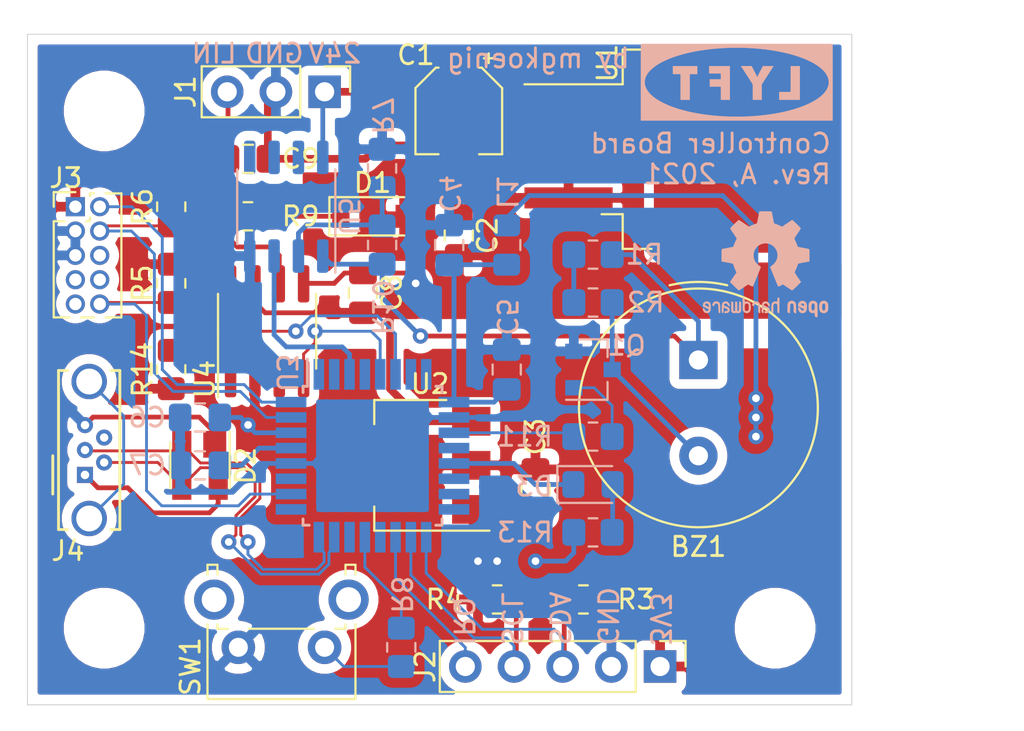
<source format=kicad_pcb>
(kicad_pcb (version 20171130) (host pcbnew 5.1.9+dfsg1-1)
  (layers (0 F.Cu signal) (31 B.Cu signal) (34 B.Paste user) (35 F.Paste user) (36 B.SilkS user) (37 F.SilkS user) (38 B.Mask user) (39 F.Mask user) (44 Edge.Cuts user))
  (net 0 "")
  (net 1 "Net-(BZ1-Pad2)")
  (net 2 "Net-(BZ1-Pad1)")
  (net 3 GND)
  (net 4 +24V)
  (net 5 +12V)
  (net 6 +3V3)
  (net 7 "Net-(C4-Pad2)")
  (net 8 "Net-(C7-Pad1)")
  (net 9 LINBUS)
  (net 10 "Net-(D1-Pad1)")
  (net 11 VBUS)
  (net 12 USB_D-)
  (net 13 USB_D+)
  (net 14 I2C_SDA)
  (net 15 I2C_SCL)
  (net 16 HMI_IRQ)
  (net 17 RESET)
  (net 18 "Net-(J3-Pad9)")
  (net 19 "Net-(J3-Pad8)")
  (net 20 "Net-(J3-Pad7)")
  (net 21 "Net-(J3-Pad6)")
  (net 22 SWDCLK)
  (net 23 SWDIO)
  (net 24 "Net-(J4-Pad6)")
  (net 25 "Net-(J4-Pad4)")
  (net 26 "Net-(Q1-Pad1)")
  (net 27 "Net-(R8-Pad2)")
  (net 28 BUZZER_CTRL)
  (net 29 LIN_RX)
  (net 30 LIN_TX)
  (net 31 "Net-(U3-Pad15)")
  (net 32 "Net-(U3-Pad8)")
  (net 33 "Net-(U3-Pad2)")
  (net 34 "Net-(U3-Pad1)")
  (net 35 "Net-(U4-Pad8)")
  (net 36 "Net-(U4-Pad3)")
  (net 37 "Net-(U3-Pad27)")
  (net 38 "Net-(U3-Pad20)")
  (net 39 "Net-(U3-Pad4)")
  (net 40 "Net-(U3-Pad25)")
  (net 41 "Net-(U3-Pad7)")
  (net 42 "Net-(U3-Pad22)")
  (net 43 "Net-(U3-Pad12)")
  (net 44 BUZZER_VOLUME)
  (net 45 "Net-(U3-Pad14)")
  (net 46 "Net-(R10-Pad2)")
  (net 47 "Net-(U3-Pad16)")
  (net 48 "Net-(D3-Pad2)")
  (net 49 LED)
  (net 50 "Net-(R1-Pad2)")
  (net 51 SAFETY_PIN)
  (module Symbol:OSHW-Logo2_7.3x6mm_SilkScreen (layer B.Cu) (at 88.5 62 180)
    (fp_text reference REF** hide)
    (fp_text value OSHW-Logo2_7.3x6mm_SilkScreen hide)
  )
  (module Package_SO:SO-8_3.9x4.9mm_P1.27mm (layer B.Cu) (at 63.5 59 90)
    (fp_text reference U5 (at -0.5 3.25 270 unlocked) (layer B.SilkS) (effects (justify mirror)))
    (fp_text value LM358 hide)
    (pad 8 smd roundrect (at 2.575 1.905 90) (size 1.75 0.6) (layers B.Cu B.Paste B.Mask) (net 4 +24V))
    (pad 7 smd roundrect (at 2.575 0.635 90) (size 1.75 0.6) (layers B.Cu B.Paste B.Mask))
    (pad 6 smd roundrect (at 2.575 -0.635 90) (size 1.75 0.6) (layers B.Cu B.Paste B.Mask))
    (pad 5 smd roundrect (at 2.575 -1.905 90) (size 1.75 0.6) (layers B.Cu B.Paste B.Mask))
    (pad 4 smd roundrect (at -2.575 -1.905 90) (size 1.75 0.6) (layers B.Cu B.Paste B.Mask) (net 3 GND))
    (pad 3 smd roundrect (at -2.575 -0.635 90) (size 1.75 0.6) (layers B.Cu B.Paste B.Mask) (net 44 BUZZER_VOLUME))
    (pad 2 smd roundrect (at -2.575 0.635 90) (size 1.75 0.6) (layers B.Cu B.Paste B.Mask) (net 46 "Net-(R10-Pad2)"))
    (pad 1 smd roundrect (at -2.575 1.905 90) (size 1.75 0.6) (layers B.Cu B.Paste B.Mask) (net 2 "Net-(BZ1-Pad1)"))
  )
  (module Resistor_SMD:R_0805_2012Metric_Pad1.20x1.40mm_HandSolder (layer B.Cu) (at 79.5 64)
    (fp_text reference R2 (at 2.75 0) (layer B.SilkS) (effects (justify mirror)))
    (fp_text value 1k hide)
    (pad 2 smd roundrect (at 1 0) (size 1.2 1.4) (layers B.Cu B.Paste B.Mask) (roundrect_rratio 0.208333) (net 1 "Net-(BZ1-Pad2)"))
    (pad 1 smd roundrect (at -1 0) (size 1.2 1.4) (layers B.Cu B.Paste B.Mask) (roundrect_rratio 0.208333) (net 50 "Net-(R1-Pad2)"))
  )
  (module Diode_SMD:D_SOD-123 (layer F.Cu) (at 68 59.5)
    (fp_text reference D1 (at 0 -1.75) (layer F.SilkS))
    (fp_text value 1N4148W hide)
    (pad 2 smd rect (at 1.65 0) (size 0.9 1.2) (layers F.Cu F.Paste F.Mask) (net 5 +12V))
    (pad 1 smd rect (at -1.65 0) (size 0.9 1.2) (layers F.Cu F.Paste F.Mask) (net 10 "Net-(D1-Pad1)"))
  )
  (module Package_TO_SOT_SMD:SOT-223-3_TabPin2 (layer F.Cu) (at 70 72.5 180)
    (fp_text reference U2 (at -1 4.25) (layer F.SilkS))
    (fp_text value AP1117-33 hide)
    (pad 1 smd rect (at -3.15 -2.3 180) (size 2 1.5) (layers F.Cu F.Paste F.Mask) (net 3 GND))
    (pad 3 smd rect (at -3.15 2.3 180) (size 2 1.5) (layers F.Cu F.Paste F.Mask) (net 5 +12V))
    (pad 2 smd rect (at -3.15 0 180) (size 2 1.5) (layers F.Cu F.Paste F.Mask) (net 6 +3V3))
    (pad 2 smd rect (at 3.15 0 180) (size 2 3.8) (layers F.Cu F.Paste F.Mask) (net 6 +3V3))
  )
  (module Resistor_SMD:R_0805_2012Metric_Pad1.20x1.40mm_HandSolder (layer F.Cu) (at 57.5 67.5 270)
    (fp_text reference R14 (at 0 1.5 90) (layer F.SilkS))
    (fp_text value 4k7 hide)
    (pad 2 smd roundrect (at 1 0 270) (size 1.2 1.4) (layers F.Cu F.Paste F.Mask) (roundrect_rratio 0.208333) (net 6 +3V3))
    (pad 1 smd roundrect (at -1 0 270) (size 1.2 1.4) (layers F.Cu F.Paste F.Mask) (roundrect_rratio 0.208333) (net 29 LIN_RX))
  )
  (module Resistor_SMD:R_0805_2012Metric_Pad1.20x1.40mm_HandSolder (layer B.Cu) (at 68.5 61 90)
    (fp_text reference R10 (at -3.25 0 270 unlocked) (layer B.SilkS) (effects (justify mirror)))
    (fp_text value 10k hide)
    (pad 2 smd roundrect (at 1 0 90) (size 1.2 1.4) (layers B.Cu B.Paste B.Mask) (roundrect_rratio 0.208333) (net 46 "Net-(R10-Pad2)"))
    (pad 1 smd roundrect (at -1 0 90) (size 1.2 1.4) (layers B.Cu B.Paste B.Mask) (roundrect_rratio 0.208333) (net 2 "Net-(BZ1-Pad1)"))
  )
  (module Resistor_SMD:R_0805_2012Metric_Pad1.20x1.40mm_HandSolder (layer B.Cu) (at 68.5 57 90)
    (fp_text reference R7 (at 2.75 0 270 unlocked) (layer B.SilkS) (effects (justify mirror)))
    (fp_text value 340R hide)
    (pad 2 smd roundrect (at 1 0 90) (size 1.2 1.4) (layers B.Cu B.Paste B.Mask) (roundrect_rratio 0.208333) (net 3 GND))
    (pad 1 smd roundrect (at -1 0 90) (size 1.2 1.4) (layers B.Cu B.Paste B.Mask) (roundrect_rratio 0.208333) (net 46 "Net-(R10-Pad2)"))
  )
  (module LYFT:LYFT-Logo_10x4 (layer B.Cu) (at 87 52.5 180)
    (fp_text reference G1 hide)
    (fp_text value Logo hide)
  )
  (module Resistor_SMD:R_0805_2012Metric_Pad1.20x1.40mm_HandSolder (layer B.Cu) (at 79.5 76)
    (fp_text reference R13 (at -2 0.0006) (layer B.SilkS) (effects (justify left mirror)))
    (fp_text value 60R hide)
    (pad 2 smd roundrect (at 1 0) (size 1.2 1.4) (layers B.Cu B.Paste B.Mask) (roundrect_rratio 0.208333) (net 48 "Net-(D3-Pad2)"))
    (pad 1 smd roundrect (at -1 0) (size 1.2 1.4) (layers B.Cu B.Paste B.Mask) (roundrect_rratio 0.208333) (net 6 +3V3))
  )
  (module LED_SMD:LED_0805_2012Metric_Pad1.15x1.40mm_HandSolder (layer B.Cu) (at 79.5 73.5)
    (fp_text reference D3 (at -2 0.1041) (layer B.SilkS) (effects (justify left mirror)))
    (fp_text value LED hide)
    (pad 2 smd roundrect (at 1.025 0) (size 1.15 1.4) (layers B.Cu B.Paste B.Mask) (roundrect_rratio 0.217391) (net 48 "Net-(D3-Pad2)"))
    (pad 1 smd roundrect (at -1.025 0) (size 1.15 1.4) (layers B.Cu B.Paste B.Mask) (roundrect_rratio 0.217391) (net 49 LED))
  )
  (module Package_SO:SOIC-8_3.9x4.9mm_P1.27mm (layer F.Cu) (at 62.5 65.5 90)
    (fp_text reference U4 (at -2.5 -3.25 90) (layer F.SilkS))
    (fp_text value TLIN1027-Q1 hide)
    (pad 8 smd roundrect (at 2.475 -1.905 90) (size 1.95 0.6) (layers F.Cu F.Paste F.Mask) (net 35 "Net-(U4-Pad8)"))
    (pad 7 smd roundrect (at 2.475 -0.635 90) (size 1.95 0.6) (layers F.Cu F.Paste F.Mask) (net 5 +12V))
    (pad 6 smd roundrect (at 2.475 0.635 90) (size 1.95 0.6) (layers F.Cu F.Paste F.Mask) (net 9 LINBUS))
    (pad 5 smd roundrect (at 2.475 1.905 90) (size 1.95 0.6) (layers F.Cu F.Paste F.Mask) (net 3 GND))
    (pad 4 smd roundrect (at -2.475 1.905 90) (size 1.95 0.6) (layers F.Cu F.Paste F.Mask) (net 30 LIN_TX))
    (pad 3 smd roundrect (at -2.475 0.635 90) (size 1.95 0.6) (layers F.Cu F.Paste F.Mask) (net 36 "Net-(U4-Pad3)"))
    (pad 2 smd roundrect (at -2.475 -0.635 90) (size 1.95 0.6) (layers F.Cu F.Paste F.Mask) (net 6 +3V3))
    (pad 1 smd roundrect (at -2.475 -1.905 90) (size 1.95 0.6) (layers F.Cu F.Paste F.Mask) (net 29 LIN_RX))
  )
  (module Resistor_SMD:R_0805_2012Metric_Pad1.20x1.40mm_HandSolder (layer B.Cu) (at 79.5 61.5 180)
    (fp_text reference R1 (at -3.75 0) (layer B.SilkS) (effects (justify left mirror)))
    (fp_text value 1k hide)
    (pad 2 smd roundrect (at 1 0 180) (size 1.2 1.4) (layers B.Cu B.Paste B.Mask) (roundrect_rratio 0.208333) (net 50 "Net-(R1-Pad2)"))
    (pad 1 smd roundrect (at -1 0 180) (size 1.2 1.4) (layers B.Cu B.Paste B.Mask) (roundrect_rratio 0.208333) (net 2 "Net-(BZ1-Pad1)"))
  )
  (module Resistor_SMD:R_0805_2012Metric_Pad1.20x1.40mm_HandSolder (layer B.Cu) (at 79.5 71 180)
    (fp_text reference R11 (at 2 0) (layer B.SilkS) (effects (justify left mirror)))
    (fp_text value 10k hide)
    (pad 2 smd roundrect (at 1 0 180) (size 1.2 1.4) (layers B.Cu B.Paste B.Mask) (roundrect_rratio 0.208333) (net 28 BUZZER_CTRL))
    (pad 1 smd roundrect (at -1 0 180) (size 1.2 1.4) (layers B.Cu B.Paste B.Mask) (roundrect_rratio 0.208333) (net 26 "Net-(Q1-Pad1)"))
  )
  (module Package_TO_SOT_SMD:SOT-23 (layer B.Cu) (at 79.5 67.5)
    (fp_text reference Q1 (at 1.75 -1.25 180) (layer B.SilkS) (effects (justify mirror)))
    (fp_text value BC846 hide)
    (pad 3 smd rect (at 1 0) (size 0.9 0.8) (layers B.Cu B.Paste B.Mask) (net 1 "Net-(BZ1-Pad2)"))
    (pad 2 smd rect (at -1 -0.95) (size 0.9 0.8) (layers B.Cu B.Paste B.Mask) (net 3 GND))
    (pad 1 smd rect (at -1 0.95) (size 0.9 0.8) (layers B.Cu B.Paste B.Mask) (net 26 "Net-(Q1-Pad1)"))
  )
  (module Buzzer_Beeper:Buzzer_TDK_PS1240P02BT_D12.2mm_H6.5mm (layer F.Cu) (at 85 67 270)
    (fp_text reference BZ1 (at 9.75 0 180) (layer F.SilkS))
    (fp_text value PS1240 hide)
    (pad 2 thru_hole circle (at 5 0 270) (size 2 2) (drill 1) (layers *.Cu *.Mask) (net 1 "Net-(BZ1-Pad2)"))
    (pad 1 thru_hole rect (at 0 0 270) (size 2 2) (drill 1) (layers *.Cu *.Mask) (net 2 "Net-(BZ1-Pad1)"))
  )
  (module Capacitor_SMD:C_0805_2012Metric_Pad1.18x1.45mm_HandSolder (layer B.Cu) (at 72 61 270)
    (fp_text reference C4 (at -3.75 0 270 unlocked) (layer B.SilkS) (effects (justify right mirror)))
    (fp_text value 10u/16V hide)
    (pad 2 smd roundrect (at 1.0375 0 270) (size 1.175 1.45) (layers B.Cu B.Paste B.Mask) (roundrect_rratio 0.212766) (net 7 "Net-(C4-Pad2)"))
    (pad 1 smd roundrect (at -1.0375 0 270) (size 1.175 1.45) (layers B.Cu B.Paste B.Mask) (roundrect_rratio 0.212766) (net 3 GND))
  )
  (module Button_Switch_THT:SW_Tactile_SPST_Angled_PTS645Vx31-2LFS (layer F.Cu) (at 65.5 82 180)
    (fp_text reference SW1 (at 7 -1 270) (layer F.SilkS))
    (fp_text value SW_Push hide)
    (pad "" thru_hole circle (at -1.25 2.49 180) (size 2.1 2.1) (drill 1.3) (layers *.Cu *.Mask))
    (pad 1 thru_hole circle (at 0 0 180) (size 1.75 1.75) (drill 0.99) (layers *.Cu *.Mask) (net 27 "Net-(R8-Pad2)"))
    (pad 2 thru_hole circle (at 4.5 0 180) (size 1.75 1.75) (drill 0.99) (layers *.Cu *.Mask) (net 3 GND))
    (pad "" thru_hole circle (at 5.76 2.49 180) (size 2.1 2.1) (drill 1.3) (layers *.Cu *.Mask))
  )
  (module Package_QFP:TQFP-32_7x7mm_P0.8mm (layer B.Cu) (at 68 72 270)
    (fp_text reference U3 (at -4.3212 4.4848 270 unlocked) (layer B.SilkS) (effects (justify mirror)))
    (fp_text value SAMD21E17A hide)
    (pad 1 smd rect (at -4.25 2.8 270) (size 1.6 0.55) (layers B.Cu B.Paste B.Mask) (net 34 "Net-(U3-Pad1)"))
    (pad 2 smd rect (at -4.25 2 270) (size 1.6 0.55) (layers B.Cu B.Paste B.Mask) (net 33 "Net-(U3-Pad2)"))
    (pad 3 smd rect (at -4.25 1.2 270) (size 1.6 0.55) (layers B.Cu B.Paste B.Mask) (net 44 BUZZER_VOLUME))
    (pad 4 smd rect (at -4.25 0.4 270) (size 1.6 0.55) (layers B.Cu B.Paste B.Mask) (net 39 "Net-(U3-Pad4)"))
    (pad 5 smd rect (at -4.25 -0.4 270) (size 1.6 0.55) (layers B.Cu B.Paste B.Mask) (net 30 LIN_TX))
    (pad 6 smd rect (at -4.25 -1.2 270) (size 1.6 0.55) (layers B.Cu B.Paste B.Mask) (net 29 LIN_RX))
    (pad 7 smd rect (at -4.25 -2 270) (size 1.6 0.55) (layers B.Cu B.Paste B.Mask) (net 41 "Net-(U3-Pad7)"))
    (pad 8 smd rect (at -4.25 -2.8 270) (size 1.6 0.55) (layers B.Cu B.Paste B.Mask) (net 32 "Net-(U3-Pad8)"))
    (pad 9 smd rect (at -2.8 -4.25 180) (size 1.6 0.55) (layers B.Cu B.Paste B.Mask) (net 7 "Net-(C4-Pad2)"))
    (pad 10 smd rect (at -2 -4.25 180) (size 1.6 0.55) (layers B.Cu B.Paste B.Mask) (net 3 GND))
    (pad 11 smd rect (at -1.2 -4.25 180) (size 1.6 0.55) (layers B.Cu B.Paste B.Mask) (net 28 BUZZER_CTRL))
    (pad 12 smd rect (at -0.4 -4.25 180) (size 1.6 0.55) (layers B.Cu B.Paste B.Mask) (net 43 "Net-(U3-Pad12)"))
    (pad 13 smd rect (at 0.4 -4.25 180) (size 1.6 0.55) (layers B.Cu B.Paste B.Mask) (net 49 LED))
    (pad 14 smd rect (at 1.2 -4.25 180) (size 1.6 0.55) (layers B.Cu B.Paste B.Mask) (net 45 "Net-(U3-Pad14)"))
    (pad 15 smd rect (at 2 -4.25 180) (size 1.6 0.55) (layers B.Cu B.Paste B.Mask) (net 31 "Net-(U3-Pad15)"))
    (pad 16 smd rect (at 2.8 -4.25 180) (size 1.6 0.55) (layers B.Cu B.Paste B.Mask) (net 47 "Net-(U3-Pad16)"))
    (pad 17 smd rect (at 4.25 -2.8 270) (size 1.6 0.55) (layers B.Cu B.Paste B.Mask) (net 14 I2C_SDA))
    (pad 18 smd rect (at 4.25 -2 270) (size 1.6 0.55) (layers B.Cu B.Paste B.Mask) (net 15 I2C_SCL))
    (pad 19 smd rect (at 4.25 -1.2 270) (size 1.6 0.55) (layers B.Cu B.Paste B.Mask) (net 16 HMI_IRQ))
    (pad 20 smd rect (at 4.25 -0.4 270) (size 1.6 0.55) (layers B.Cu B.Paste B.Mask) (net 38 "Net-(U3-Pad20)"))
    (pad 21 smd rect (at 4.25 0.4 270) (size 1.6 0.55) (layers B.Cu B.Paste B.Mask) (net 51 SAFETY_PIN))
    (pad 22 smd rect (at 4.25 1.2 270) (size 1.6 0.55) (layers B.Cu B.Paste B.Mask) (net 42 "Net-(U3-Pad22)"))
    (pad 23 smd rect (at 4.25 2 270) (size 1.6 0.55) (layers B.Cu B.Paste B.Mask) (net 12 USB_D-))
    (pad 24 smd rect (at 4.25 2.8 270) (size 1.6 0.55) (layers B.Cu B.Paste B.Mask) (net 13 USB_D+))
    (pad 25 smd rect (at 2.8 4.25 180) (size 1.6 0.55) (layers B.Cu B.Paste B.Mask) (net 40 "Net-(U3-Pad25)"))
    (pad 26 smd rect (at 2 4.25 180) (size 1.6 0.55) (layers B.Cu B.Paste B.Mask) (net 17 RESET))
    (pad 27 smd rect (at 1.2 4.25 180) (size 1.6 0.55) (layers B.Cu B.Paste B.Mask) (net 37 "Net-(U3-Pad27)"))
    (pad 28 smd rect (at 0.4 4.25 180) (size 1.6 0.55) (layers B.Cu B.Paste B.Mask) (net 3 GND))
    (pad 29 smd rect (at -0.4 4.25 180) (size 1.6 0.55) (layers B.Cu B.Paste B.Mask) (net 8 "Net-(C7-Pad1)"))
    (pad 30 smd rect (at -1.2 4.25 180) (size 1.6 0.55) (layers B.Cu B.Paste B.Mask) (net 6 +3V3))
    (pad 31 smd rect (at -2 4.25 180) (size 1.6 0.55) (layers B.Cu B.Paste B.Mask) (net 22 SWDCLK))
    (pad 32 smd rect (at -2.8 4.25 180) (size 1.6 0.55) (layers B.Cu B.Paste B.Mask) (net 23 SWDIO))
  )
  (module Package_TO_SOT_SMD:TO-263-3_TabPin2 (layer F.Cu) (at 84 56)
    (fp_text reference U1 (at -3.75 -4.5 90) (layer F.SilkS))
    (fp_text value LM7812 hide)
    (pad 2 smd rect (at 3.375 0) (size 9.4 10.8) (layers F.Cu F.Mask) (net 3 GND))
    (pad 3 smd rect (at -5.775 2.54) (size 4.6 1.1) (layers F.Cu F.Paste F.Mask) (net 5 +12V))
    (pad 2 smd rect (at -5.775 0) (size 4.6 1.1) (layers F.Cu F.Paste F.Mask) (net 3 GND))
    (pad 1 smd rect (at -5.775 -2.54) (size 4.6 1.1) (layers F.Cu F.Paste F.Mask) (net 4 +24V))
  )
  (module Resistor_SMD:R_0805_2012Metric_Pad1.20x1.40mm_HandSolder (layer F.Cu) (at 61.5 59.5 180)
    (fp_text reference R9 (at -2.75 0) (layer F.SilkS))
    (fp_text value 1k hide)
    (pad 2 smd roundrect (at 1 0 180) (size 1.2 1.4) (layers F.Cu F.Paste F.Mask) (roundrect_rratio 0.208333) (net 9 LINBUS))
    (pad 1 smd roundrect (at -1 0 180) (size 1.2 1.4) (layers F.Cu F.Paste F.Mask) (roundrect_rratio 0.208333) (net 10 "Net-(D1-Pad1)"))
  )
  (module Resistor_SMD:R_0805_2012Metric_Pad1.20x1.40mm_HandSolder (layer B.Cu) (at 69.5 82 270)
    (fp_text reference R8 (at -2.75 0 270 unlocked) (layer B.SilkS) (effects (justify mirror)))
    (fp_text value 39R hide)
    (pad 2 smd roundrect (at 1 0 270) (size 1.2 1.4) (layers B.Cu B.Paste B.Mask) (roundrect_rratio 0.208333) (net 27 "Net-(R8-Pad2)"))
    (pad 1 smd roundrect (at -1 0 270) (size 1.2 1.4) (layers B.Cu B.Paste B.Mask) (roundrect_rratio 0.208333) (net 51 SAFETY_PIN))
  )
  (module Resistor_SMD:R_0805_2012Metric_Pad1.20x1.40mm_HandSolder (layer F.Cu) (at 57.5 59 270)
    (fp_text reference R6 (at 0 1.5 90) (layer F.SilkS))
    (fp_text value 1k hide)
    (pad 2 smd roundrect (at 1 0 270) (size 1.2 1.4) (layers F.Cu F.Paste F.Mask) (roundrect_rratio 0.208333) (net 22 SWDCLK))
    (pad 1 smd roundrect (at -1 0 270) (size 1.2 1.4) (layers F.Cu F.Paste F.Mask) (roundrect_rratio 0.208333) (net 6 +3V3))
  )
  (module Resistor_SMD:R_0805_2012Metric_Pad1.20x1.40mm_HandSolder (layer F.Cu) (at 57.5 63 270)
    (fp_text reference R5 (at 0 1.5 90) (layer F.SilkS))
    (fp_text value 10k hide)
    (pad 2 smd roundrect (at 1 0 270) (size 1.2 1.4) (layers F.Cu F.Paste F.Mask) (roundrect_rratio 0.208333) (net 17 RESET))
    (pad 1 smd roundrect (at -1 0 270) (size 1.2 1.4) (layers F.Cu F.Paste F.Mask) (roundrect_rratio 0.208333) (net 6 +3V3))
  )
  (module Resistor_SMD:R_0805_2012Metric_Pad1.20x1.40mm_HandSolder (layer F.Cu) (at 74.5 79.5)
    (fp_text reference R4 (at -2.75 0) (layer F.SilkS))
    (fp_text value 4k7 hide)
    (pad 2 smd roundrect (at 1 0) (size 1.2 1.4) (layers F.Cu F.Paste F.Mask) (roundrect_rratio 0.208333) (net 15 I2C_SCL))
    (pad 1 smd roundrect (at -1 0) (size 1.2 1.4) (layers F.Cu F.Paste F.Mask) (roundrect_rratio 0.208333) (net 6 +3V3))
  )
  (module Resistor_SMD:R_0805_2012Metric_Pad1.20x1.40mm_HandSolder (layer F.Cu) (at 79 79.5 180)
    (fp_text reference R3 (at -2.75 0) (layer F.SilkS))
    (fp_text value 4k7 hide)
    (pad 2 smd roundrect (at 1 0 180) (size 1.2 1.4) (layers F.Cu F.Paste F.Mask) (roundrect_rratio 0.208333) (net 14 I2C_SDA))
    (pad 1 smd roundrect (at -1 0 180) (size 1.2 1.4) (layers F.Cu F.Paste F.Mask) (roundrect_rratio 0.208333) (net 6 +3V3))
  )
  (module Inductor_SMD:L_0805_2012Metric_Pad1.15x1.40mm_HandSolder (layer B.Cu) (at 75 61 90)
    (fp_text reference L1 (at 3.75 0 270 unlocked) (layer B.SilkS) (effects (justify right mirror)))
    (fp_text value BLM18PG471SN1 hide)
    (pad 2 smd roundrect (at 1.025 0 90) (size 1.15 1.4) (layers B.Cu B.Paste B.Mask) (roundrect_rratio 0.217391) (net 6 +3V3))
    (pad 1 smd roundrect (at -1.025 0 90) (size 1.15 1.4) (layers B.Cu B.Paste B.Mask) (roundrect_rratio 0.217391) (net 7 "Net-(C4-Pad2)"))
  )
  (module Connector_USB:USB_Micro-B_Wuerth_614105150721_Vertical_CircularHoles (layer F.Cu) (at 53 73 90)
    (fp_text reference J4 (at -3.9658 -0.8894 180) (layer F.SilkS))
    (fp_text value USB_B_Micro hide)
    (pad 6 thru_hole circle (at 4.875 0.22 90) (size 1.85 1.85) (drill 1.35) (layers *.Cu *.Mask) (net 24 "Net-(J4-Pad6)"))
    (pad 6 thru_hole circle (at -2.275 0.22 90) (size 1.85 1.85) (drill 1.35) (layers *.Cu *.Mask) (net 24 "Net-(J4-Pad6)"))
    (pad 5 thru_hole circle (at 2.6 0 90) (size 0.84 0.84) (drill 0.44) (layers *.Cu *.Mask) (net 3 GND))
    (pad 4 thru_hole circle (at 1.95 1 90) (size 0.84 0.84) (drill 0.44) (layers *.Cu *.Mask) (net 25 "Net-(J4-Pad4)"))
    (pad 3 thru_hole circle (at 1.3 0 90) (size 0.84 0.84) (drill 0.44) (layers *.Cu *.Mask) (net 13 USB_D+))
    (pad 2 thru_hole circle (at 0.65 1 90) (size 0.84 0.84) (drill 0.44) (layers *.Cu *.Mask) (net 12 USB_D-))
    (pad 1 thru_hole rect (at 0 0 90) (size 0.84 0.84) (drill 0.44) (layers *.Cu *.Mask) (net 11 VBUS))
  )
  (module Connector_PinHeader_1.27mm:PinHeader_2x05_P1.27mm_Vertical (layer F.Cu) (at 52.5 59)
    (fp_text reference J3 (at -0.5 -1.5) (layer F.SilkS))
    (fp_text value JTAG hide)
    (pad 10 thru_hole oval (at 1.27 5.08) (size 1 1) (drill 0.65) (layers *.Cu *.Mask) (net 17 RESET))
    (pad 9 thru_hole oval (at 0 5.08) (size 1 1) (drill 0.65) (layers *.Cu *.Mask) (net 18 "Net-(J3-Pad9)"))
    (pad 8 thru_hole oval (at 1.27 3.81) (size 1 1) (drill 0.65) (layers *.Cu *.Mask) (net 19 "Net-(J3-Pad8)"))
    (pad 7 thru_hole oval (at 0 3.81) (size 1 1) (drill 0.65) (layers *.Cu *.Mask) (net 20 "Net-(J3-Pad7)"))
    (pad 6 thru_hole oval (at 1.27 2.54) (size 1 1) (drill 0.65) (layers *.Cu *.Mask) (net 21 "Net-(J3-Pad6)"))
    (pad 5 thru_hole oval (at 0 2.54) (size 1 1) (drill 0.65) (layers *.Cu *.Mask) (net 3 GND))
    (pad 4 thru_hole oval (at 1.27 1.27) (size 1 1) (drill 0.65) (layers *.Cu *.Mask) (net 22 SWDCLK))
    (pad 3 thru_hole oval (at 0 1.27) (size 1 1) (drill 0.65) (layers *.Cu *.Mask) (net 3 GND))
    (pad 2 thru_hole oval (at 1.27 0) (size 1 1) (drill 0.65) (layers *.Cu *.Mask) (net 23 SWDIO))
    (pad 1 thru_hole rect (at 0 0) (size 1 1) (drill 0.65) (layers *.Cu *.Mask) (net 6 +3V3))
  )
  (module Connector_PinHeader_2.54mm:PinHeader_1x05_P2.54mm_Vertical (layer F.Cu) (at 83 83 270)
    (fp_text reference J2 (at 0 12.25 270) (layer F.SilkS))
    (fp_text value Conn_HMI hide)
    (pad 5 thru_hole oval (at 0 10.16 270) (size 1.7 1.7) (drill 1) (layers *.Cu *.Mask) (net 16 HMI_IRQ))
    (pad 4 thru_hole oval (at 0 7.62 270) (size 1.7 1.7) (drill 1) (layers *.Cu *.Mask) (net 15 I2C_SCL))
    (pad 3 thru_hole oval (at 0 5.08 270) (size 1.7 1.7) (drill 1) (layers *.Cu *.Mask) (net 14 I2C_SDA))
    (pad 2 thru_hole oval (at 0 2.54 270) (size 1.7 1.7) (drill 1) (layers *.Cu *.Mask) (net 3 GND))
    (pad 1 thru_hole rect (at 0 0 270) (size 1.7 1.7) (drill 1) (layers *.Cu *.Mask) (net 6 +3V3))
  )
  (module Connector_PinHeader_2.54mm:PinHeader_1x03_P2.54mm_Vertical (layer F.Cu) (at 65.5 53 270)
    (fp_text reference J1 (at 0 7.25 270) (layer F.SilkS))
    (fp_text value Conn_EXT hide)
    (pad 3 thru_hole oval (at 0 5.08 270) (size 1.7 1.7) (drill 1) (layers *.Cu *.Mask) (net 9 LINBUS))
    (pad 2 thru_hole oval (at 0 2.54 270) (size 1.7 1.7) (drill 1) (layers *.Cu *.Mask) (net 3 GND))
    (pad 1 thru_hole rect (at 0 0 270) (size 1.7 1.7) (drill 1) (layers *.Cu *.Mask) (net 4 +24V))
  )
  (module MountingHole:MountingHole_3.2mm_M3 (layer F.Cu) (at 54 54)
    (fp_text reference H4 hide)
    (fp_text value MountingHole hide)
    (pad 1 np_thru_hole circle (at 0 0) (size 3.2 3.2) (drill 3.2) (layers *.Cu *.Mask))
  )
  (module MountingHole:MountingHole_3.2mm_M3 (layer F.Cu) (at 89 81)
    (fp_text reference H3 hide)
    (fp_text value MountingHole hide)
    (pad 1 np_thru_hole circle (at 0 0) (size 3.2 3.2) (drill 3.2) (layers *.Cu *.Mask))
  )
  (module MountingHole:MountingHole_3.2mm_M3 (layer F.Cu) (at 54 81)
    (fp_text reference H1 hide)
    (fp_text value MountingHole hide)
    (pad 1 np_thru_hole circle (at 0 0) (size 3.2 3.2) (drill 3.2) (layers *.Cu *.Mask))
  )
  (module Package_TO_SOT_SMD:SOT-143 (layer F.Cu) (at 59 72.5 270)
    (fp_text reference D2 (at 0.02 -2.38 270) (layer F.SilkS))
    (fp_text value PRTR5V0U2X hide)
    (pad 4 smd rect (at 1.1 -0.95 180) (size 1 1.4) (layers F.Cu F.Paste F.Mask) (net 11 VBUS))
    (pad 3 smd rect (at 1.1 0.95 180) (size 1 1.4) (layers F.Cu F.Paste F.Mask) (net 12 USB_D-))
    (pad 2 smd rect (at -1.1 0.95 180) (size 1 1.4) (layers F.Cu F.Paste F.Mask) (net 13 USB_D+))
    (pad 1 smd rect (at -1.1 -0.77 180) (size 1.2 1.4) (layers F.Cu F.Paste F.Mask) (net 3 GND))
  )
  (module Capacitor_SMD:C_0805_2012Metric_Pad1.18x1.45mm_HandSolder (layer F.Cu) (at 61.5 56.5 180)
    (fp_text reference C9 (at -2.75 0) (layer F.SilkS))
    (fp_text value 200p hide)
    (pad 2 smd roundrect (at 1.0375 0 180) (size 1.175 1.45) (layers F.Cu F.Paste F.Mask) (roundrect_rratio 0.212766) (net 9 LINBUS))
    (pad 1 smd roundrect (at -1.0375 0 180) (size 1.175 1.45) (layers F.Cu F.Paste F.Mask) (roundrect_rratio 0.212766) (net 3 GND))
  )
  (module Capacitor_SMD:C_0805_2012Metric_Pad1.18x1.45mm_HandSolder (layer F.Cu) (at 67.5 63.5 270)
    (fp_text reference C8 (at 0 -1.5 270) (layer F.SilkS))
    (fp_text value 100n hide)
    (pad 2 smd roundrect (at 1.0375 0 270) (size 1.175 1.45) (layers F.Cu F.Paste F.Mask) (roundrect_rratio 0.212766) (net 5 +12V))
    (pad 1 smd roundrect (at -1.0375 0 270) (size 1.175 1.45) (layers F.Cu F.Paste F.Mask) (roundrect_rratio 0.212766) (net 3 GND))
  )
  (module Capacitor_SMD:C_0805_2012Metric_Pad1.18x1.45mm_HandSolder (layer B.Cu) (at 59 72.5 180)
    (fp_text reference C7 (at 2.75 0) (layer B.SilkS) (effects (justify mirror)))
    (fp_text value 1u hide)
    (pad 2 smd roundrect (at 1.0375 0 180) (size 1.175 1.45) (layers B.Cu B.Paste B.Mask) (roundrect_rratio 0.212766) (net 3 GND))
    (pad 1 smd roundrect (at -1.0375 0 180) (size 1.175 1.45) (layers B.Cu B.Paste B.Mask) (roundrect_rratio 0.212766) (net 8 "Net-(C7-Pad1)"))
  )
  (module Capacitor_SMD:C_0805_2012Metric_Pad1.18x1.45mm_HandSolder (layer B.Cu) (at 59 70 180)
    (fp_text reference C6 (at 2.75 0) (layer B.SilkS) (effects (justify mirror)))
    (fp_text value 100n hide)
    (pad 2 smd roundrect (at 1.0375 0 180) (size 1.175 1.45) (layers B.Cu B.Paste B.Mask) (roundrect_rratio 0.212766) (net 3 GND))
    (pad 1 smd roundrect (at -1.0375 0 180) (size 1.175 1.45) (layers B.Cu B.Paste B.Mask) (roundrect_rratio 0.212766) (net 6 +3V3))
  )
  (module Capacitor_SMD:C_0805_2012Metric_Pad1.18x1.45mm_HandSolder (layer B.Cu) (at 75 67.5 90)
    (fp_text reference C5 (at 2.75 0 270 unlocked) (layer B.SilkS) (effects (justify mirror)))
    (fp_text value 100n hide)
    (pad 2 smd roundrect (at 1.0375 0 90) (size 1.175 1.45) (layers B.Cu B.Paste B.Mask) (roundrect_rratio 0.212766) (net 3 GND))
    (pad 1 smd roundrect (at -1.0375 0 90) (size 1.175 1.45) (layers B.Cu B.Paste B.Mask) (roundrect_rratio 0.212766) (net 7 "Net-(C4-Pad2)"))
  )
  (module Capacitor_SMD:C_0805_2012Metric_Pad1.18x1.45mm_HandSolder (layer F.Cu) (at 76.5 73.75 270)
    (fp_text reference C3 (at -2.75 0 90) (layer F.SilkS))
    (fp_text value 10u hide)
    (pad 2 smd roundrect (at 1.0375 0 270) (size 1.175 1.45) (layers F.Cu F.Paste F.Mask) (roundrect_rratio 0.212766) (net 3 GND))
    (pad 1 smd roundrect (at -1.0375 0 270) (size 1.175 1.45) (layers F.Cu F.Paste F.Mask) (roundrect_rratio 0.212766) (net 6 +3V3))
  )
  (module Capacitor_SMD:C_0805_2012Metric_Pad1.18x1.45mm_HandSolder (layer F.Cu) (at 72.5 60.5 90)
    (fp_text reference C2 (at 0 1.5 90) (layer F.SilkS))
    (fp_text value 100n hide)
    (pad 2 smd roundrect (at 1.0375 0 90) (size 1.175 1.45) (layers F.Cu F.Paste F.Mask) (roundrect_rratio 0.212766) (net 3 GND))
    (pad 1 smd roundrect (at -1.0375 0 90) (size 1.175 1.45) (layers F.Cu F.Paste F.Mask) (roundrect_rratio 0.212766) (net 5 +12V))
  )
  (module Capacitor_SMD:CP_Elec_4x5.4 (layer F.Cu) (at 72.5 54 270)
    (fp_text reference C1 (at -2.9206 2.2397) (layer F.SilkS))
    (fp_text value 330n/50V hide)
    (pad 2 smd roundrect (at 1.8 0 270) (size 2.6 1.6) (layers F.Cu F.Paste F.Mask) (roundrect_rratio 0.15625) (net 3 GND))
    (pad 1 smd roundrect (at -1.8 0 270) (size 2.6 1.6) (layers F.Cu F.Paste F.Mask) (roundrect_rratio 0.15625) (net 4 +24V))
  )
  (gr_text "by mgkoenig" (at 81.5 51.25) (layer B.SilkS) (effects (font (size 1 1)) (justify left mirror)))
  (gr_text 3V3 (at 83 82 -90) (layer B.SilkS) (effects (font (size 1 1)) (justify left mirror)))
  (gr_text GND (at 80.25 82 -90) (layer B.SilkS) (effects (font (size 1 1)) (justify left mirror)))
  (gr_text SDA (at 77.75 82 -90) (layer B.SilkS) (effects (font (size 1 1)) (justify left mirror)))
  (gr_text SCL (at 75.25 82 -90) (layer B.SilkS) (effects (font (size 1 1)) (justify left mirror)))
  (gr_text IRQ (at 72.75 82 -90) (layer B.SilkS) (effects (font (size 1 1)) (justify left mirror)))
  (gr_text LIN (at 61 51) (layer B.SilkS) (effects (font (size 1 1)) (justify left mirror)))
  (gr_text GND (at 64.5 51) (layer B.SilkS) (effects (font (size 1 1)) (justify left mirror)))
  (gr_text 24V (at 67.5 51) (layer B.SilkS) (effects (font (size 1 1)) (justify left mirror)))
  (gr_text "Controller Board\nRev. A, 2021" (at 92 56.5) (layer B.SilkS) (effects (font (size 1 1)) (justify left mirror)))
  (gr_line (start 93 50) (end 93 85) (layer Edge.Cuts) (width 0.05))
  (gr_line (start 50 50) (end 50 85) (layer Edge.Cuts) (width 0.05))
  (gr_line (start 50 85) (end 93 85) (layer Edge.Cuts) (width 0.05))
  (gr_line (start 50 50) (end 93 50) (layer Edge.Cuts) (width 0.05))
  (segment (start 80.5 66.03) (end 80.5 67.5) (width 0.25) (layer B.Cu) (net 1))
  (segment (start 80.5 67.5) (end 85 72) (width 0.25) (layer B.Cu) (net 1))
  (segment (start 80.5 66.03) (end 80.5 64) (width 0.25) (layer B.Cu) (net 1))
  (via (at 70.5 65.75) (size 0.8) (drill 0.4) (layers F.Cu B.Cu) (net 2))
  (segment (start 83.75 65.75) (end 83.8157 65.8157) (width 0.15) (layer F.Cu) (net 2))
  (segment (start 70.5 65.75) (end 83.75 65.75) (width 0.25) (layer F.Cu) (net 2))
  (segment (start 83.8157 65.8157) (end 85 67) (width 0.25) (layer F.Cu) (net 2))
  (segment (start 68.5 63.75) (end 68.5 63.5) (width 0.25) (layer B.Cu) (net 2))
  (segment (start 70.5 65.75) (end 68.5 63.75) (width 0.25) (layer B.Cu) (net 2))
  (segment (start 80.5 61.5) (end 81.5152 61.5) (width 0.25) (layer B.Cu) (net 2))
  (segment (start 85 64.9848) (end 85 67) (width 0.25) (layer B.Cu) (net 2))
  (segment (start 81.5152 61.5) (end 85 64.9848) (width 0.25) (layer B.Cu) (net 2))
  (segment (start 65.83 62) (end 65.405 61.575) (width 0.25) (layer B.Cu) (net 2))
  (segment (start 68.5 62) (end 65.83 62) (width 0.25) (layer B.Cu) (net 2))
  (segment (start 68.5 63.5) (end 68.5 62) (width 0.25) (layer B.Cu) (net 2))
  (segment (start 71 55.8) (end 68.3323 55.8) (width 0.4) (layer F.Cu) (net 3))
  (segment (start 57.9625 73.4229) (end 58.4489 73.9093) (width 0.25) (layer B.Cu) (net 3))
  (segment (start 58.4489 73.9093) (end 60.5952 73.9093) (width 0.25) (layer B.Cu) (net 3))
  (segment (start 62.1045 72.4) (end 63.75 72.4) (width 0.25) (layer B.Cu) (net 3))
  (segment (start 60.5952 73.9093) (end 62.1045 72.4) (width 0.25) (layer B.Cu) (net 3))
  (segment (start 66.3082 72.4) (end 68.7082 70) (width 0.25) (layer B.Cu) (net 3))
  (segment (start 76.1377 70) (end 76.7877 69.35) (width 0.25) (layer B.Cu) (net 3))
  (segment (start 76.7877 69.35) (end 76.7877 66.8354) (width 0.25) (layer B.Cu) (net 3))
  (segment (start 76.4148 66.4625) (end 75 66.4625) (width 0.25) (layer B.Cu) (net 3))
  (segment (start 76.7877 66.8354) (end 76.4148 66.4625) (width 0.25) (layer B.Cu) (net 3))
  (segment (start 66.0375 62.9625) (end 66 63) (width 0.25) (layer F.Cu) (net 3))
  (segment (start 64.43 63) (end 64.405 63.025) (width 0.25) (layer F.Cu) (net 3))
  (segment (start 66 63) (end 64.43 63) (width 0.25) (layer F.Cu) (net 3))
  (segment (start 66.5375 62.4625) (end 66 63) (width 0.25) (layer F.Cu) (net 3))
  (segment (start 67.5 62.4625) (end 66.5375 62.4625) (width 0.25) (layer F.Cu) (net 3))
  (segment (start 62.5375 53.4225) (end 62.96 53) (width 0.4) (layer F.Cu) (net 3))
  (segment (start 62.5375 56.5) (end 62.5375 53.4225) (width 0.4) (layer F.Cu) (net 3))
  (segment (start 67.6323 56.5) (end 67.6808 56.4515) (width 0.25) (layer F.Cu) (net 3))
  (segment (start 62.5375 56.5) (end 67.6323 56.5) (width 0.4) (layer F.Cu) (net 3))
  (segment (start 68.3323 55.8) (end 67.6808 56.4515) (width 0.4) (layer F.Cu) (net 3))
  (segment (start 57.9625 73.4229) (end 57.9625 72.5) (width 0.25) (layer B.Cu) (net 3))
  (segment (start 57.9625 70) (end 57.9625 72.5) (width 0.25) (layer B.Cu) (net 3))
  (segment (start 59.77 71.4) (end 59.77 70.78856) (width 0.25) (layer F.Cu) (net 3))
  (segment (start 53.419999 69.980001) (end 53 70.4) (width 0.25) (layer F.Cu) (net 3))
  (segment (start 58.961441 69.980001) (end 53.419999 69.980001) (width 0.25) (layer F.Cu) (net 3))
  (segment (start 59.77 70.78856) (end 58.961441 69.980001) (width 0.25) (layer F.Cu) (net 3))
  (segment (start 63.75 72.4) (end 66.3082 72.4) (width 0.25) (layer B.Cu) (net 3))
  (segment (start 68.7082 70) (end 72.25 70) (width 0.25) (layer B.Cu) (net 3))
  (segment (start 72.25 70) (end 76.1377 70) (width 0.25) (layer B.Cu) (net 3))
  (via (at 70.25 63) (size 0.8) (drill 0.4) (layers F.Cu B.Cu) (net 3))
  (segment (start 71 55.8) (end 72.5 55.8) (width 0.4) (layer F.Cu) (net 3))
  (segment (start 72.7 56) (end 72.5 55.8) (width 0.25) (layer F.Cu) (net 3))
  (segment (start 78.225 56) (end 72.7 56) (width 0.4) (layer F.Cu) (net 3))
  (segment (start 78.225 56) (end 87.375 56) (width 0.4) (layer F.Cu) (net 3))
  (segment (start 72.5 59.4625) (end 72.5 55.8) (width 0.4) (layer F.Cu) (net 3))
  (via (at 74.5 77.5) (size 0.8) (drill 0.4) (layers F.Cu B.Cu) (net 3))
  (via (at 73.5 77.5) (size 0.8) (drill 0.4) (layers F.Cu B.Cu) (net 3))
  (segment (start 69.7125 62.4625) (end 70.25 63) (width 0.25) (layer F.Cu) (net 3))
  (segment (start 67.5 62.4625) (end 69.7125 62.4625) (width 0.25) (layer F.Cu) (net 3))
  (segment (start 73.5 77.5) (end 74.5 77.5) (width 0.25) (layer F.Cu) (net 3))
  (segment (start 73.1625 75.2875) (end 73.15 75.3) (width 0.25) (layer F.Cu) (net 3))
  (segment (start 76.5 74.7875) (end 73.1625 74.7875) (width 0.25) (layer F.Cu) (net 3))
  (segment (start 73.15 77.15) (end 73.5 77.5) (width 0.25) (layer F.Cu) (net 3))
  (segment (start 73.15 74.8) (end 73.15 77.15) (width 0.25) (layer F.Cu) (net 3))
  (segment (start 67.6906 53) (end 65.5 53) (width 0.4) (layer F.Cu) (net 4))
  (segment (start 68.4906 52.2) (end 67.6906 53) (width 0.4) (layer F.Cu) (net 4))
  (segment (start 71 52.2) (end 68.4906 52.2) (width 0.4) (layer F.Cu) (net 4))
  (segment (start 65.405 53.095) (end 65.5 53) (width 0.25) (layer B.Cu) (net 4))
  (segment (start 65.405 56.425) (end 65.405 53.095) (width 0.25) (layer B.Cu) (net 4))
  (segment (start 71 52.2) (end 72.5 52.2) (width 0.4) (layer F.Cu) (net 4))
  (segment (start 72.5 52.2) (end 73.9932 52.2) (width 0.4) (layer F.Cu) (net 4))
  (segment (start 75.2532 53.46) (end 78.225 53.46) (width 0.4) (layer F.Cu) (net 4))
  (segment (start 73.9932 52.2) (end 75.2532 53.46) (width 0.4) (layer F.Cu) (net 4))
  (segment (start 61.865 64) (end 61.865 63.025) (width 0.25) (layer F.Cu) (net 5))
  (segment (start 62.4025 64.5375) (end 61.865 64) (width 0.25) (layer F.Cu) (net 5))
  (segment (start 67.5 64.5375) (end 62.4025 64.5375) (width 0.25) (layer F.Cu) (net 5))
  (segment (start 73.15 70.2) (end 70.9112 70.2) (width 0.4) (layer F.Cu) (net 5))
  (segment (start 68.9102 68.5038) (end 68.9102 64.5414) (width 0.4) (layer F.Cu) (net 5))
  (segment (start 70.6064 70.2) (end 68.9102 68.5038) (width 0.4) (layer F.Cu) (net 5))
  (segment (start 70.9112 70.2) (end 70.6064 70.2) (width 0.4) (layer F.Cu) (net 5))
  (via (at 76.5 77.5) (size 0.8) (drill 0.4) (layers F.Cu B.Cu) (net 6))
  (via (at 61.5096 70.3914) (size 0.8) (drill 0.4) (layers F.Cu B.Cu) (net 6))
  (segment (start 63.75 70.8) (end 61.8801 70.8) (width 0.25) (layer B.Cu) (net 6))
  (segment (start 61.1182 70) (end 61.5096 70.3914) (width 0.25) (layer B.Cu) (net 6))
  (segment (start 60.0375 70) (end 61.1182 70) (width 0.25) (layer B.Cu) (net 6))
  (segment (start 61.5096 70.4295) (end 61.8801 70.8) (width 0.25) (layer B.Cu) (net 6))
  (segment (start 61.5096 70.3914) (end 61.5096 70.4295) (width 0.25) (layer B.Cu) (net 6))
  (via (at 88 70) (size 0.8) (drill 0.4) (layers F.Cu B.Cu) (net 6))
  (via (at 88 69) (size 0.8) (drill 0.4) (layers F.Cu B.Cu) (net 6))
  (via (at 88 71) (size 0.8) (drill 0.4) (layers F.Cu B.Cu) (net 6))
  (segment (start 88 71) (end 88 70) (width 0.25) (layer B.Cu) (net 6))
  (segment (start 78.5 77.06772) (end 78.5 76) (width 0.25) (layer B.Cu) (net 6))
  (segment (start 78.06772 77.5) (end 78.12676 77.44096) (width 0.25) (layer B.Cu) (net 6))
  (segment (start 76.5 77.5) (end 78.06772 77.5) (width 0.25) (layer B.Cu) (net 6))
  (segment (start 78.12676 77.44096) (end 78.5 77.06772) (width 0.25) (layer B.Cu) (net 6))
  (segment (start 86.2618 58.42) (end 88 60.1582) (width 0.25) (layer B.Cu) (net 6))
  (segment (start 76.1746 58.42) (end 86.2618 58.42) (width 0.25) (layer B.Cu) (net 6))
  (segment (start 75 59.5946) (end 76.1746 58.42) (width 0.25) (layer B.Cu) (net 6))
  (segment (start 88 64.2002) (end 88 70) (width 0.25) (layer B.Cu) (net 6))
  (segment (start 88 60.1582) (end 88 64.2002) (width 0.25) (layer B.Cu) (net 6))
  (segment (start 75 59.975) (end 75 59.5946) (width 0.25) (layer B.Cu) (net 6))
  (segment (start 74.3375 69.2) (end 75 68.5375) (width 0.25) (layer B.Cu) (net 7))
  (segment (start 72.25 69.2) (end 74.3375 69.2) (width 0.25) (layer B.Cu) (net 7))
  (segment (start 72.25 66.6112) (end 72.25 69.2) (width 0.25) (layer B.Cu) (net 7))
  (segment (start 72.25 66.6112) (end 72.25 63.7875) (width 0.25) (layer B.Cu) (net 7))
  (segment (start 75 62.025) (end 72.0125 62.025) (width 0.25) (layer B.Cu) (net 7))
  (segment (start 72.25 62.2875) (end 72 62.0375) (width 0.15) (layer B.Cu) (net 7))
  (segment (start 72.25 63.7875) (end 72.25 62.2875) (width 0.25) (layer B.Cu) (net 7))
  (segment (start 63.75 71.6) (end 62.079 71.6) (width 0.25) (layer B.Cu) (net 8))
  (segment (start 61.179 72.5) (end 60.0375 72.5) (width 0.25) (layer B.Cu) (net 8))
  (segment (start 62.079 71.6) (end 61.179 72.5) (width 0.25) (layer B.Cu) (net 8))
  (segment (start 60.4625 53.0425) (end 60.42 53) (width 0.15) (layer F.Cu) (net 9))
  (segment (start 60.4625 57) (end 60.4625 53.0425) (width 0.25) (layer F.Cu) (net 9))
  (segment (start 60.5 57.0375) (end 60.4625 57) (width 0.15) (layer F.Cu) (net 9))
  (segment (start 60.5 60) (end 60.5 57.0375) (width 0.25) (layer F.Cu) (net 9))
  (segment (start 60.5 59.5) (end 60.5 60.6499) (width 0.25) (layer F.Cu) (net 9))
  (segment (start 60.5 60.6499) (end 60.9498 61.0997) (width 0.25) (layer F.Cu) (net 9))
  (segment (start 60.9498 61.0997) (end 62.6897 61.0997) (width 0.25) (layer F.Cu) (net 9))
  (segment (start 63.135 61.545) (end 63.135 63.025) (width 0.25) (layer F.Cu) (net 9))
  (segment (start 62.6897 61.0997) (end 63.135 61.545) (width 0.25) (layer F.Cu) (net 9))
  (segment (start 66.35 59.5) (end 62.5 59.5) (width 0.25) (layer F.Cu) (net 10))
  (segment (start 59.4893 74.9808) (end 59.95 74.5201) (width 0.25) (layer F.Cu) (net 11))
  (segment (start 59.95 74.5201) (end 59.95 73.6) (width 0.25) (layer F.Cu) (net 11))
  (segment (start 56.5429 74.9808) (end 59.4893 74.9808) (width 0.25) (layer F.Cu) (net 11))
  (segment (start 55.2348 73.6727) (end 56.5429 74.9808) (width 0.25) (layer F.Cu) (net 11))
  (segment (start 53.6727 73.6727) (end 55.2348 73.6727) (width 0.25) (layer F.Cu) (net 11))
  (segment (start 53 73) (end 53.6727 73.6727) (width 0.25) (layer F.Cu) (net 11))
  (segment (start 56.8 72.35) (end 58.05 73.6) (width 0.15) (layer F.Cu) (net 12))
  (segment (start 54 72.35) (end 56.8 72.35) (width 0.15) (layer F.Cu) (net 12))
  (segment (start 59.025 72.625) (end 61.312823 72.625) (width 0.15) (layer F.Cu) (net 12))
  (segment (start 58.05 73.6) (end 59.025 72.625) (width 0.15) (layer F.Cu) (net 12))
  (via (at 60.5 76.5) (size 0.8) (drill 0.4) (layers F.Cu B.Cu) (net 12))
  (segment (start 61.875 73.187177) (end 61.312823 72.625) (width 0.15) (layer F.Cu) (net 12))
  (segment (start 61.875 73.187177) (end 61.875 74.125) (width 0.15) (layer F.Cu) (net 12))
  (segment (start 60.875 76.125) (end 60.5 76.5) (width 0.15) (layer F.Cu) (net 12))
  (segment (start 60.875 75.125) (end 60.875 76.125) (width 0.15) (layer F.Cu) (net 12))
  (segment (start 61.875 74.125) (end 60.875 75.125) (width 0.15) (layer F.Cu) (net 12))
  (segment (start 62.1792 78.1792) (end 60.5 76.5) (width 0.15) (layer B.Cu) (net 12))
  (segment (start 65.725 77.05) (end 65.725 77.656978) (width 0.15) (layer B.Cu) (net 12))
  (segment (start 66 76.25) (end 66 76.775) (width 0.15) (layer B.Cu) (net 12))
  (segment (start 65.725 77.656978) (end 65.202778 78.1792) (width 0.15) (layer B.Cu) (net 12))
  (segment (start 65.202778 78.1792) (end 62.1792 78.1792) (width 0.15) (layer B.Cu) (net 12))
  (segment (start 66 76.775) (end 65.725 77.05) (width 0.15) (layer B.Cu) (net 12))
  (segment (start 57.704999 71.745001) (end 58.05 71.4) (width 0.15) (layer F.Cu) (net 13))
  (segment (start 53.045001 71.745001) (end 57.704999 71.745001) (width 0.15) (layer F.Cu) (net 13))
  (segment (start 53 71.7) (end 53.045001 71.745001) (width 0.15) (layer F.Cu) (net 13))
  (segment (start 58.05 71.4) (end 59.025 72.375) (width 0.15) (layer F.Cu) (net 13))
  (segment (start 59.025 72.375) (end 61.416377 72.375) (width 0.15) (layer F.Cu) (net 13))
  (segment (start 62.125 73.083623) (end 61.416377 72.375) (width 0.15) (layer F.Cu) (net 13))
  (via (at 61.5 76.5) (size 0.8) (drill 0.4) (layers F.Cu B.Cu) (net 13))
  (segment (start 62.125 73.083623) (end 62.125 74.228554) (width 0.15) (layer F.Cu) (net 13))
  (segment (start 61.125 76.125) (end 61.5 76.5) (width 0.15) (layer F.Cu) (net 13))
  (segment (start 61.125 75.228554) (end 61.125 76.125) (width 0.15) (layer F.Cu) (net 13))
  (segment (start 62.125 74.228554) (end 61.125 75.228554) (width 0.15) (layer F.Cu) (net 13))
  (segment (start 62.282754 77.9292) (end 61.5 77.146446) (width 0.15) (layer B.Cu) (net 13))
  (segment (start 65.099222 77.9292) (end 62.282754 77.9292) (width 0.15) (layer B.Cu) (net 13))
  (segment (start 65.475 77.553422) (end 65.099222 77.9292) (width 0.15) (layer B.Cu) (net 13))
  (segment (start 61.5 77.146446) (end 61.5 76.5) (width 0.15) (layer B.Cu) (net 13))
  (segment (start 65.475 77.05) (end 65.475 77.553422) (width 0.15) (layer B.Cu) (net 13))
  (segment (start 65.2 76.775) (end 65.475 77.05) (width 0.15) (layer B.Cu) (net 13))
  (segment (start 65.2 76.25) (end 65.2 76.775) (width 0.15) (layer B.Cu) (net 13))
  (segment (start 78 82.92) (end 77.92 83) (width 0.25) (layer F.Cu) (net 14))
  (segment (start 77.92 83) (end 77.92 81.50648) (width 0.15) (layer B.Cu) (net 14))
  (segment (start 77.92 81.50648) (end 77.47 81.05648) (width 0.15) (layer B.Cu) (net 14))
  (segment (start 77.47 81.05648) (end 73.72604 81.05648) (width 0.15) (layer B.Cu) (net 14))
  (segment (start 73.72604 81.05648) (end 70.8 78.13044) (width 0.15) (layer B.Cu) (net 14))
  (segment (start 70.8 78.13044) (end 70.8 76.25) (width 0.15) (layer B.Cu) (net 14))
  (segment (start 78 80) (end 78 82.92) (width 0.25) (layer F.Cu) (net 14))
  (segment (start 75.5 82.88) (end 75.38 83) (width 0.25) (layer F.Cu) (net 15))
  (segment (start 73.27392 81.50352) (end 70 78.2296) (width 0.15) (layer B.Cu) (net 15))
  (segment (start 74.97064 81.50352) (end 73.27392 81.50352) (width 0.15) (layer B.Cu) (net 15))
  (segment (start 75.38 81.91288) (end 74.97064 81.50352) (width 0.15) (layer B.Cu) (net 15))
  (segment (start 75.38 83) (end 75.38 81.91288) (width 0.15) (layer B.Cu) (net 15))
  (segment (start 70 78.2296) (end 70 76.25) (width 0.15) (layer B.Cu) (net 15))
  (segment (start 75.5 80) (end 75.5 82.88) (width 0.25) (layer F.Cu) (net 15))
  (segment (start 69.2 76.25) (end 69.2 78.3694) (width 0.15) (layer B.Cu) (net 16))
  (segment (start 69.2 78.3694) (end 69.3801 78.5495) (width 0.15) (layer B.Cu) (net 16))
  (segment (start 72.84 83) (end 72.84 82.0094) (width 0.15) (layer B.Cu) (net 16))
  (segment (start 72.84 82.0094) (end 72.6059 81.7753) (width 0.15) (layer B.Cu) (net 16))
  (segment (start 72.6059 81.7753) (end 69.3801 78.5495) (width 0.15) (layer B.Cu) (net 16))
  (segment (start 72.6772 81.8466) (end 72.6059 81.7753) (width 0.15) (layer B.Cu) (net 16))
  (segment (start 55.5964 64.08) (end 53.77 64.08) (width 0.15) (layer B.Cu) (net 17))
  (segment (start 56.2102 64.6938) (end 55.5964 64.08) (width 0.15) (layer B.Cu) (net 17))
  (segment (start 57.00268 74.61288) (end 56.2102 73.8204) (width 0.15) (layer B.Cu) (net 17))
  (segment (start 61.00568 74.61288) (end 57.00268 74.61288) (width 0.15) (layer B.Cu) (net 17))
  (segment (start 61.61856 74) (end 61.00568 74.61288) (width 0.15) (layer B.Cu) (net 17))
  (segment (start 63.75 74) (end 61.61856 74) (width 0.15) (layer B.Cu) (net 17))
  (segment (start 56.2102 64.6938) (end 56.2102 73.8204) (width 0.15) (layer B.Cu) (net 17))
  (segment (start 53.85 64) (end 53.77 64.08) (width 0.15) (layer F.Cu) (net 17))
  (segment (start 57.5 64) (end 53.85 64) (width 0.15) (layer F.Cu) (net 17))
  (segment (start 63.75 70) (end 62.45832 70) (width 0.15) (layer B.Cu) (net 22))
  (segment (start 62.45832 70) (end 61.1022 68.64388) (width 0.15) (layer B.Cu) (net 22))
  (segment (start 61.1022 68.64388) (end 57.597 68.64388) (width 0.15) (layer B.Cu) (net 22))
  (segment (start 57.597 68.64388) (end 56.80452 67.8514) (width 0.15) (layer B.Cu) (net 22))
  (segment (start 56.80452 67.8514) (end 56.80452 67.84632) (width 0.15) (layer B.Cu) (net 22))
  (segment (start 56.80452 67.84632) (end 56.62164 67.66344) (width 0.15) (layer B.Cu) (net 22))
  (segment (start 55.42364 60.27) (end 53.77 60.27) (width 0.15) (layer B.Cu) (net 22))
  (segment (start 56.62164 61.468) (end 55.42364 60.27) (width 0.15) (layer B.Cu) (net 22))
  (segment (start 56.62164 61.468) (end 56.62164 67.66344) (width 0.15) (layer B.Cu) (net 22))
  (segment (start 54.04 60) (end 53.77 60.27) (width 0.15) (layer F.Cu) (net 22))
  (segment (start 57.5 60) (end 54.04 60) (width 0.15) (layer F.Cu) (net 22))
  (segment (start 63.75 69.2) (end 62.21712 69.2) (width 0.15) (layer B.Cu) (net 23))
  (segment (start 62.21712 69.2) (end 61.30032 68.2832) (width 0.15) (layer B.Cu) (net 23))
  (segment (start 61.30032 68.2832) (end 57.81036 68.2832) (width 0.15) (layer B.Cu) (net 23))
  (segment (start 57.81036 68.2832) (end 57.03312 67.50596) (width 0.15) (layer B.Cu) (net 23))
  (segment (start 55.44396 59) (end 53.77 59) (width 0.15) (layer B.Cu) (net 23))
  (segment (start 57.03312 60.58916) (end 55.44396 59) (width 0.15) (layer B.Cu) (net 23))
  (segment (start 57.03312 60.58916) (end 57.03312 67.50596) (width 0.15) (layer B.Cu) (net 23))
  (segment (start 54.695001 69.600001) (end 54.695001 69.602301) (width 0.15) (layer B.Cu) (net 24))
  (segment (start 53.22 68.125) (end 54.695001 69.600001) (width 0.15) (layer B.Cu) (net 24))
  (segment (start 54.695001 69.602301) (end 55.0189 69.9262) (width 0.15) (layer B.Cu) (net 24))
  (segment (start 55.0189 73.4761) (end 53.22 75.275) (width 0.15) (layer B.Cu) (net 24))
  (segment (start 55.0189 69.9262) (end 55.0189 73.4761) (width 0.15) (layer B.Cu) (net 24))
  (segment (start 78.5 68.45) (end 79.5627 68.45) (width 0.15) (layer B.Cu) (net 26))
  (segment (start 80.5 69.3873) (end 80.5 71.5) (width 0.15) (layer B.Cu) (net 26))
  (segment (start 79.5627 68.45) (end 80.5 69.3873) (width 0.15) (layer B.Cu) (net 26))
  (segment (start 66.5 83) (end 65.5 82) (width 0.15) (layer B.Cu) (net 27))
  (segment (start 69.5 83) (end 66.5 83) (width 0.15) (layer B.Cu) (net 27))
  (segment (start 78.3 70.8) (end 78.5 71) (width 0.15) (layer B.Cu) (net 28))
  (segment (start 72.25 70.8) (end 78.3 70.8) (width 0.15) (layer B.Cu) (net 28))
  (segment (start 60.595 67.975) (end 60.595 67.0933) (width 0.15) (layer F.Cu) (net 29))
  (via (at 64 65.5) (size 0.8) (drill 0.4) (layers F.Cu B.Cu) (net 29))
  (segment (start 64 65.5) (end 61.11896 65.5) (width 0.15) (layer F.Cu) (net 29))
  (segment (start 60.595 66.02396) (end 60.595 67.975) (width 0.15) (layer F.Cu) (net 29))
  (segment (start 61.11896 65.5) (end 60.595 66.02396) (width 0.15) (layer F.Cu) (net 29))
  (segment (start 69.2 65.6405) (end 69.2 67.75) (width 0.15) (layer B.Cu) (net 29))
  (segment (start 68.25407 64.69457) (end 69.2 65.6405) (width 0.15) (layer B.Cu) (net 29))
  (segment (start 64.80543 64.69457) (end 68.25407 64.69457) (width 0.15) (layer B.Cu) (net 29))
  (segment (start 64 65.5) (end 64.80543 64.69457) (width 0.15) (layer B.Cu) (net 29))
  (segment (start 60.11896 66.5) (end 60.595 66.02396) (width 0.15) (layer F.Cu) (net 29))
  (segment (start 57.5 66.5) (end 60.11896 66.5) (width 0.15) (layer F.Cu) (net 29))
  (via (at 65 65.5) (size 0.8) (drill 0.4) (layers F.Cu B.Cu) (net 30))
  (segment (start 64.405 67.975) (end 64.405 66.68944) (width 0.15) (layer F.Cu) (net 30))
  (segment (start 65 66.09444) (end 65 65.5) (width 0.15) (layer F.Cu) (net 30))
  (segment (start 64.405 66.68944) (end 65 66.09444) (width 0.15) (layer F.Cu) (net 30))
  (segment (start 67.92388 65.5) (end 68.4 65.97612) (width 0.15) (layer B.Cu) (net 30))
  (segment (start 65 65.5) (end 67.92388 65.5) (width 0.15) (layer B.Cu) (net 30))
  (segment (start 68.4 65.97612) (end 68.4 67.75) (width 0.15) (layer B.Cu) (net 30))
  (segment (start 62.865 61.575) (end 62.865 63.5666) (width 0.25) (layer B.Cu) (net 44))
  (segment (start 62.865 65.6844) (end 62.865 63.5666) (width 0.25) (layer B.Cu) (net 44))
  (segment (start 63.5 66.3194) (end 62.865 65.6844) (width 0.25) (layer B.Cu) (net 44))
  (segment (start 66.421 66.3194) (end 63.5 66.3194) (width 0.25) (layer B.Cu) (net 44))
  (segment (start 66.8 66.6984) (end 66.421 66.3194) (width 0.25) (layer B.Cu) (net 44))
  (segment (start 66.8 67.75) (end 66.8 66.6984) (width 0.25) (layer B.Cu) (net 44))
  (segment (start 64.135 61.575) (end 64.135 60.38088) (width 0.25) (layer B.Cu) (net 46))
  (segment (start 64.135 60.38088) (end 64.5668 59.94908) (width 0.25) (layer B.Cu) (net 46))
  (segment (start 68.44908 59.94908) (end 68.5 60) (width 0.15) (layer B.Cu) (net 46))
  (segment (start 64.5668 59.94908) (end 68.44908 59.94908) (width 0.25) (layer B.Cu) (net 46))
  (segment (start 68.5 58) (end 68.5 60) (width 0.25) (layer B.Cu) (net 46))
  (segment (start 80.525 76.475) (end 80.5 76.5) (width 0.15) (layer B.Cu) (net 48))
  (segment (start 80.525 75.975) (end 80.5 76) (width 0.15) (layer B.Cu) (net 48))
  (segment (start 80.525 73.5) (end 80.525 75.975) (width 0.25) (layer B.Cu) (net 48))
  (segment (start 72.25 72.4) (end 75.2149 72.4) (width 0.25) (layer B.Cu) (net 49))
  (segment (start 76.8149 73.5) (end 78.475 73.5) (width 0.25) (layer B.Cu) (net 49))
  (segment (start 75.2149 72.4) (end 75.37392 72.4) (width 0.25) (layer B.Cu) (net 49))
  (segment (start 76.47392 73.5) (end 76.8149 73.5) (width 0.25) (layer B.Cu) (net 49))
  (segment (start 75.37392 72.4) (end 76.47392 73.5) (width 0.25) (layer B.Cu) (net 49))
  (segment (start 78.5 64) (end 78.5 61.5) (width 0.25) (layer B.Cu) (net 50))
  (segment (start 69.5 81) (end 69.5 79.7108) (width 0.15) (layer B.Cu) (net 51))
  (segment (start 67.6 77.8108) (end 67.6 76.25) (width 0.15) (layer B.Cu) (net 51))
  (segment (start 69.5 79.7108) (end 67.6 77.8108) (width 0.15) (layer B.Cu) (net 51))
  (zone (net 3) (net_name GND) (layer B.Cu) (connect_pads (clearance 0.508)) (min_thickness 0.254) (fill yes (arc_segments 32) (thermal_gap 0.508) (thermal_bridge_width 0.508))
    (polygon (pts (xy 101.9327 48.2219) (xy 101.9835 86.36) (xy 48.5673 86.3346) (xy 48.58 48.2092)))
  )
  (zone (net 5) (net_name +12V) (layer F.Cu) (connect_pads (clearance 0.508)) (min_thickness 0.254) (fill yes (arc_segments 32) (thermal_gap 0.508) (thermal_bridge_width 0.508))
    (polygon (pts (xy 101.21896 64.83604) (xy 64.40928 64.8716) (xy 64.3026 49.65192) (xy 101.1834 49.63668)))
  )
  (zone (net 6) (net_name +3V3) (layer F.Cu) (connect_pads (clearance 0.508)) (min_thickness 0.254) (fill yes (arc_segments 32) (thermal_gap 0.508) (thermal_bridge_width 0.508))
    (polygon (pts (xy 61.60512 49.48936) (xy 61.58988 49.67224) (xy 61.64068 66.42608) (xy 101.26468 66.38036) (xy 101.26468 85.31352) (xy 49.39788 85.31352) (xy 49.39788 49.47412)))
  )
)
</source>
